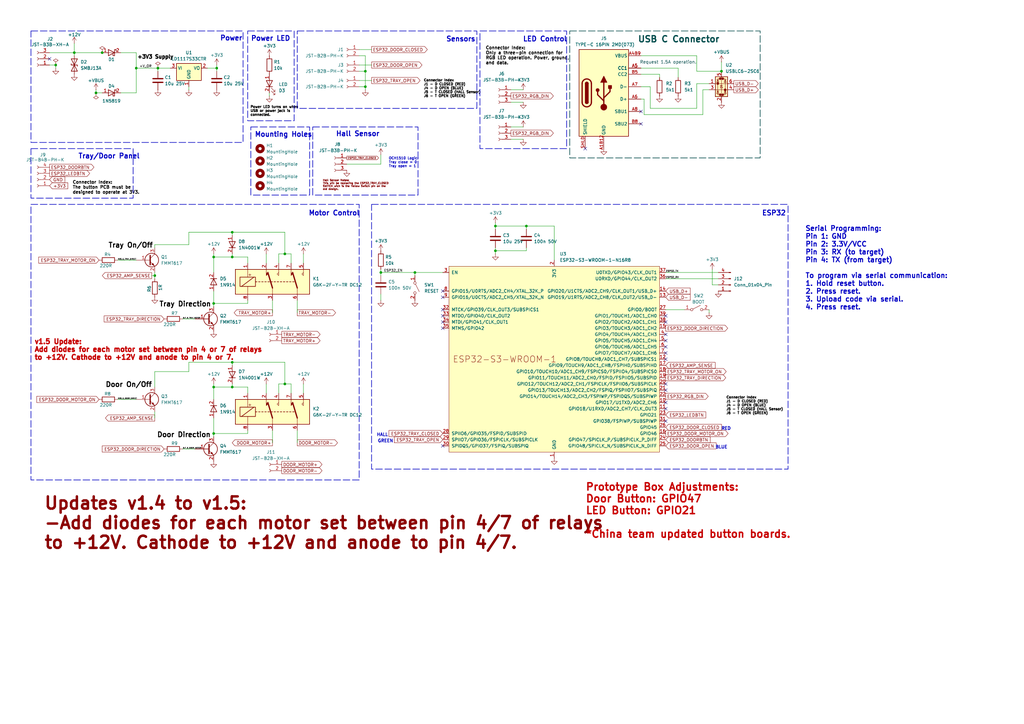
<source format=kicad_sch>
(kicad_sch (version 20231120) (generator "eeschema") (generator_version "8.0")
  (paper "A3")
  (title_block (title "Sole Pod Control") (date "2025-06-11") (rev "v1.5"))
  (junction (at 295.91 29.21))
  (junction (at 116.84 104.14))
  (junction (at 203.2 92.71))
  (junction (at 88.9 27.94))
  (junction (at 95.25 158.75))
  (junction (at 30.48 21.59))
  (junction (at 22.86 26.67))
  (junction (at 215.9 92.71))
  (junction (at 63.5 113.03))
  (junction (at 149.86 35.56))
  (junction (at 39.37 38.1))
  (junction (at 87.63 158.75))
  (junction (at 87.63 124.46))
  (junction (at 55.88 27.94))
  (junction (at 64.77 27.94))
  (junction (at 149.86 29.21))
  (junction (at 156.21 111.76))
  (junction (at 95.25 95.25))
  (junction (at 95.25 148.59))
  (junction (at 203.2 102.87))
  (junction (at 41.91 21.59))
  (junction (at 87.63 177.8))
  (junction (at 87.63 105.41))
  (junction (at 170.18 111.76))
  (junction (at 95.25 105.41))
  (junction (at 116.84 157.48))
  (no_connect (at 273.05 157.48))
  (no_connect (at 273.05 160.02))
  (no_connect (at 240.03 60.96))
  (no_connect (at 181.61 132.08))
  (no_connect (at 273.05 137.16))
  (no_connect (at 273.05 139.7))
  (no_connect (at 181.61 134.62))
  (no_connect (at 273.05 129.54))
  (no_connect (at 273.05 147.32))
  (no_connect (at 262.89 50.8))
  (no_connect (at 181.61 129.54))
  (no_connect (at 273.05 142.24))
  (no_connect (at 20.32 24.13))
  (no_connect (at 181.61 121.92))
  (no_connect (at 273.05 132.08))
  (no_connect (at 273.05 144.78))
  (no_connect (at 273.05 167.64))
  (no_connect (at 273.05 165.1))
  (no_connect (at 181.61 127))
  (no_connect (at 181.61 119.38))
  (no_connect (at 262.89 45.72))
  (no_connect (at 181.61 182.88))
  (no_connect (at 273.05 172.72))
  (wire (pts (xy 63.5 100.33) (xy 77.47 100.33)))
  (wire (pts (xy 147.32 33.02) (xy 152.4 33.02)))
  (wire (pts (xy 95.25 95.25) (xy 116.84 95.25)))
  (wire (pts (xy 227.33 92.71) (xy 227.33 106.68)))
  (wire (pts (xy 77.47 148.59) (xy 95.25 148.59)))
  (wire (pts (xy 87.63 177.8) (xy 87.63 179.07)))
  (wire (pts (xy 74.93 130.81) (xy 80.01 130.81)))
  (wire (pts (xy 119.38 157.48) (xy 116.84 157.48)))
  (wire (pts (xy 292.1 110.49) (xy 292.1 116.84)))
  (wire (pts (xy 48.26 106.68) (xy 55.88 106.68)))
  (wire (pts (xy 273.05 111.76) (xy 294.64 111.76)))
  (wire (pts (xy 266.7 44.45) (xy 285.75 44.45)))
  (wire (pts (xy 215.9 102.87) (xy 215.9 101.6)))
  (wire (pts (xy 111.76 176.53) (xy 111.76 181.61)))
  (wire (pts (xy 63.5 113.03) (xy 63.5 114.3)))
  (wire (pts (xy 87.63 177.8) (xy 101.6 177.8)))
  (wire (pts (xy 20.32 26.67) (xy 22.86 26.67)))
  (wire (pts (xy 63.5 168.91) (xy 63.5 171.45)))
  (wire (pts (xy 30.48 17.78) (xy 30.48 21.59)))
  (wire (pts (xy 63.5 152.4) (xy 63.5 158.75)))
  (wire (pts (xy 209.55 52.07) (xy 214.63 52.07)))
  (wire (pts (xy 95.25 157.48) (xy 95.25 158.75)))
  (wire (pts (xy 203.2 102.87) (xy 203.2 101.6)))
  (wire (pts (xy 95.25 158.75) (xy 87.63 158.75)))
  (wire (pts (xy 74.93 184.15) (xy 80.01 184.15)))
  (wire (pts (xy 266.7 35.56) (xy 262.89 35.56)))
  (wire (pts (xy 264.16 46.99) (xy 288.29 46.99)))
  (wire (pts (xy 87.63 124.46) (xy 87.63 125.73)))
  (wire (pts (xy 109.22 157.48) (xy 109.22 161.29)))
  (wire (pts (xy 273.05 114.3) (xy 294.64 114.3)))
  (wire (pts (xy 77.47 100.33) (xy 77.47 95.25)))
  (wire (pts (xy 121.92 123.19) (xy 121.92 128.27)))
  (wire (pts (xy 156.21 63.5) (xy 156.21 67.31)))
  (wire (pts (xy 203.2 92.71) (xy 215.9 92.71)))
  (wire (pts (xy 64.77 27.94) (xy 69.85 27.94)))
  (wire (pts (xy 203.2 102.87) (xy 215.9 102.87)))
  (wire (pts (xy 147.32 29.21) (xy 149.86 29.21)))
  (wire (pts (xy 87.63 104.14) (xy 87.63 105.41)))
  (wire (pts (xy 285.75 29.21) (xy 295.91 29.21)))
  (wire (pts (xy 121.92 176.53) (xy 121.92 181.61)))
  (wire (pts (xy 288.29 36.83) (xy 288.29 46.99)))
  (wire (pts (xy 101.6 177.8) (xy 101.6 176.53)))
  (wire (pts (xy 95.25 148.59) (xy 95.25 149.86)))
  (wire (pts (xy 22.86 26.67) (xy 22.86 27.94)))
  (wire (pts (xy 215.9 92.71) (xy 227.33 92.71)))
  (wire (pts (xy 77.47 95.25) (xy 95.25 95.25)))
  (wire (pts (xy 55.88 27.94) (xy 64.77 27.94)))
  (wire (pts (xy 95.25 105.41) (xy 87.63 105.41)))
  (wire (pts (xy 264.16 40.64) (xy 264.16 46.99)))
  (wire (pts (xy 147.32 22.86) (xy 149.86 22.86)))
  (wire (pts (xy 49.53 38.1) (xy 55.88 38.1)))
  (wire (pts (xy 64.77 27.94) (xy 64.77 29.21)))
  (wire (pts (xy 39.37 38.1) (xy 41.91 38.1)))
  (wire (pts (xy 147.32 20.32) (xy 152.4 20.32)))
  (wire (pts (xy 116.84 95.25) (xy 116.84 104.14)))
  (wire (pts (xy 203.2 104.14) (xy 203.2 102.87)))
  (wire (pts (xy 170.18 111.76) (xy 170.18 113.03)))
  (wire (pts (xy 48.26 163.83) (xy 55.88 163.83)))
  (wire (pts (xy 262.89 27.94) (xy 278.13 27.94)))
  (wire (pts (xy 280.67 127) (xy 273.05 127)))
  (wire (pts (xy 101.6 161.29) (xy 101.6 158.75)))
  (wire (pts (xy 88.9 27.94) (xy 88.9 29.21)))
  (wire (pts (xy 116.84 148.59) (xy 116.84 157.48)))
  (wire (pts (xy 292.1 116.84) (xy 294.64 116.84)))
  (wire (pts (xy 111.76 123.19) (xy 111.76 128.27)))
  (wire (pts (xy 95.25 148.59) (xy 116.84 148.59)))
  (wire (pts (xy 278.13 27.94) (xy 278.13 31.75)))
  (wire (pts (xy 87.63 157.48) (xy 87.63 158.75)))
  (wire (pts (xy 119.38 104.14) (xy 116.84 104.14)))
  (wire (pts (xy 288.29 36.83) (xy 290.83 36.83)))
  (wire (pts (xy 63.5 111.76) (xy 63.5 113.03)))
  (wire (pts (xy 270.51 30.48) (xy 270.51 31.75)))
  (wire (pts (xy 147.32 35.56) (xy 149.86 35.56)))
  (wire (pts (xy 266.7 35.56) (xy 266.7 44.45)))
  (wire (pts (xy 262.89 30.48) (xy 270.51 30.48)))
  (wire (pts (xy 209.55 36.83) (xy 214.63 36.83)))
  (wire (pts (xy 285.75 22.86) (xy 285.75 29.21)))
  (wire (pts (xy 149.86 35.56) (xy 149.86 36.83)))
  (wire (pts (xy 87.63 171.45) (xy 87.63 177.8)))
  (wire (pts (xy 285.75 34.29) (xy 285.75 44.45)))
  (wire (pts (xy 156.21 111.76) (xy 156.21 113.03)))
  (wire (pts (xy 290.83 34.29) (xy 285.75 34.29)))
  (wire (pts (xy 215.9 93.98) (xy 215.9 92.71)))
  (wire (pts (xy 109.22 104.14) (xy 109.22 107.95)))
  (wire (pts (xy 63.5 152.4) (xy 77.47 152.4)))
  (wire (pts (xy 116.84 104.14) (xy 114.3 104.14)))
  (wire (pts (xy 87.63 119.38) (xy 87.63 124.46)))
  (wire (pts (xy 101.6 158.75) (xy 95.25 158.75)))
  (wire (pts (xy 77.47 36.83) (xy 77.47 35.56)))
  (wire (pts (xy 295.91 25.4) (xy 295.91 29.21)))
  (wire (pts (xy 95.25 95.25) (xy 95.25 96.52)))
  (wire (pts (xy 62.23 113.03) (xy 63.5 113.03)))
  (wire (pts (xy 170.18 111.76) (xy 181.61 111.76)))
  (wire (pts (xy 262.89 22.86) (xy 285.75 22.86)))
  (wire (pts (xy 87.63 124.46) (xy 101.6 124.46)))
  (wire (pts (xy 63.5 100.33) (xy 63.5 101.6)))
  (wire (pts (xy 290.83 127) (xy 290.83 128.27)))
  (wire (pts (xy 88.9 26.67) (xy 88.9 27.94)))
  (wire (pts (xy 101.6 105.41) (xy 95.25 105.41)))
  (wire (pts (xy 203.2 92.71) (xy 203.2 93.98)))
  (wire (pts (xy 85.09 27.94) (xy 88.9 27.94)))
  (wire (pts (xy 264.16 40.64) (xy 262.89 40.64)))
  (wire (pts (xy 39.37 36.83) (xy 39.37 38.1)))
  (wire (pts (xy 77.47 152.4) (xy 77.47 148.59)))
  (wire (pts (xy 124.46 104.14) (xy 124.46 107.95)))
  (wire (pts (xy 156.21 110.49) (xy 156.21 111.76)))
  (wire (pts (xy 147.32 26.67) (xy 152.4 26.67)))
  (wire (pts (xy 156.21 123.19) (xy 156.21 120.65)))
  (wire (pts (xy 114.3 104.14) (xy 114.3 107.95)))
  (wire (pts (xy 119.38 161.29) (xy 119.38 157.48)))
  (wire (pts (xy 55.88 21.59) (xy 49.53 21.59)))
  (wire (pts (xy 214.63 41.91) (xy 209.55 41.91)))
  (wire (pts (xy 101.6 124.46) (xy 101.6 123.19)))
  (wire (pts (xy 214.63 57.15) (xy 209.55 57.15)))
  (wire (pts (xy 114.3 157.48) (xy 114.3 161.29)))
  (wire (pts (xy 95.25 104.14) (xy 95.25 105.41)))
  (wire (pts (xy 30.48 21.59) (xy 30.48 22.86)))
  (wire (pts (xy 20.32 21.59) (xy 30.48 21.59)))
  (wire (pts (xy 116.84 157.48) (xy 114.3 157.48)))
  (wire (pts (xy 55.88 38.1) (xy 55.88 27.94)))
  (wire (pts (xy 149.86 22.86) (xy 149.86 29.21)))
  (wire (pts (xy 203.2 91.44) (xy 203.2 92.71)))
  (wire (pts (xy 87.63 105.41) (xy 87.63 111.76)))
  (wire (pts (xy 110.49 38.1) (xy 110.49 39.37)))
  (wire (pts (xy 156.21 111.76) (xy 170.18 111.76)))
  (wire (pts (xy 30.48 21.59) (xy 41.91 21.59)))
  (wire (pts (xy 119.38 107.95) (xy 119.38 104.14)))
  (wire (pts (xy 156.21 67.31) (xy 142.24 67.31)))
  (wire (pts (xy 87.63 158.75) (xy 87.63 163.83)))
  (wire (pts (xy 149.86 29.21) (xy 149.86 35.56)))
  (wire (pts (xy 55.88 21.59) (xy 55.88 27.94)))
  (wire (pts (xy 124.46 157.48) (xy 124.46 161.29)))
  (wire (pts (xy 101.6 107.95) (xy 101.6 105.41)))
  (rectangle (start 101.6 12.7) (end 120.65 49.53) (stroke (width 0.254) (type dash)))
  (rectangle (start 121.92 12.7) (end 195.58 44.45) (stroke (width 0.254) (type dash)))
  (rectangle (start 233.68 12.7) (end 311.785 64.77) (stroke (width 0.254) (type dash) (color 0 72 72 1)))
  (rectangle (start 128.27 52.07) (end 171.45 80.01) (stroke (width 0.254) (type dash)))
  (rectangle (start 12.7 12.7) (end 99.695 58.42) (stroke (width 0.254) (type dash)))
  (rectangle (start 152.4 83.82) (end 323.215 192.405) (stroke (width 0.254) (type dash)))
  (rectangle (start 196.85 12.7) (end 232.41 60.96) (stroke (width 0.254) (type dash)))
  (rectangle (start 102.87 52.07) (end 127 80.01) (stroke (width 0.254) (type dash)))
  (rectangle (start 12.7 83.82) (end 147.32 196.85) (stroke (width 0.254) (type dash)))
  (rectangle (start 12.7 60.96) (end 54.61 81.28) (stroke (width 0.254) (type dash)))
  (text "Tray On/Off" (at 53.594 99.568 0) (effects (font (size 2 2) (thickness 0.4) (bold yes)) (justify top)))
  (text "ESP32" (at 312.42 86.36 0) (effects (font (size 2 2) (thickness 0.4) (bold yes)) (justify left top)))
  (text "HALL" (at 156.845 178.435 0) (effects (font (size 1.27 1.27) (thickness 0.254) (bold yes))))
  (text "NOTE:\nFor use with LED v1.2, Hall Sensor v1.0." (at 17.78 -22.86 0) (effects (font (size 5 5) (thickness 1) (bold yes)) (justify left)))
  (text "USB C Connector" (at 278.384 16.256 0) (effects (font (size 2.54 2.54) (thickness 0.508) (bold yes))))
  (text "Connector Index:\nOnly a three-pin connection for\nRGB LED operation. Power, ground,\nand data." (at 199.136 19.05 0) (effects (font (size 1.27 1.27) (thickness 0.254) (bold yes)) (justify left top)))
  (text "BLUE" (at 295.91 183.515 0) (effects (font (size 1.27 1.27) (thickness 0.254) (bold yes))))
  (text "Mounting Holes" (at 104.394 54.102 0) (effects (font (size 2 2) (thickness 0.4) (bold yes)) (justify left top)))
  (text "Tray Direction" (at 75.946 123.698 0) (effects (font (size 2 2) (thickness 0.4) (bold yes)) (justify top)))
  (text "v1.5 Update:\nAdd diodes for each motor set between pin 4 or 7 of relays\nto +12V. Cathode to +12V and anode to pin 4 or 7." (at 13.97 143.51 0) (effects (font (size 2 2) (thickness 1) (bold yes)) (justify left)))
  (text "Connector Index\nJ1 - D CLOSED (RED)\nJ4 - D OPEN (BLUE)\nJ5 - T CLOSED (HALL Sensor)\nJ6 - T OPEN (GREEN)" (at 297.815 162.56 0) (effects (font (size 1 1) (thickness 0.254) (bold yes)) (justify left top)))
  (text "Updates v1.4 to v1.5:\n-Add diodes for each motor set between pin 4/7 of relays\nto +12V. Cathode to +12V and anode to pin 4/7." (at 17.78 214.63 0) (effects (font (size 5 5) (thickness 1) (bold yes)) (justify left)))
  (text "Connector Index:\nThe button PCB must be \ndesigned to operate at 3V3." (at 29.718 74.168 0) (effects (font (size 1.27 1.27) (thickness 0.254) (bold yes)) (justify left top)))
  (text "Motor Control" (at 126.492 86.36 0) (effects (font (size 2 2) (thickness 0.4) (bold yes)) (justify left top)))
  (text "Request 1.5A operation." (at 274.066 25.654 0) (effects (font (size 1.27 1.27))))
  (text "GREEN" (at 158.115 180.975 0) (effects (font (size 1.27 1.27) (thickness 0.254) (bold yes))))
  (text "OCH1510 Logic:\nTray close = 0\nTray open = 1\n" (at 159.385 66.675 0) (effects (font (size 1 1) (thickness 0.2) (bold yes)) (justify left)))
  (text "Power LED" (at 110.998 14.732 0) (effects (font (size 2 2) (thickness 0.4) (bold yes)) (justify top)))
  (text "Sensors\n" (at 182.88 14.986 0) (effects (font (size 2 2) (thickness 0.4) (bold yes)) (justify left top)))
  (text "Door Direction" (at 75.438 177.292 0) (effects (font (size 2 2) (thickness 0.4) (bold yes)) (justify top)))
  (text "Connector Index\nJ1 - D CLOSED (RED)\nJ4 - D OPEN (BLUE)\nJ5 - T CLOSED (HALL Sensor)\nJ6 - T OPEN (GREEN)" (at 173.736 32.512 0) (effects (font (size 1 1) (thickness 0.254) (bold yes)) (justify left top)))
  (text "Serial Programming:\nPin 1: GND\nPin 2: 3.3V/VCC  \nPin 3: RX (to target)\nPin 4: TX (from target)\n\nTo program via serial communication:\n1. Hold reset button. \n2. Press reset.\n3. Upload code via serial.\n4. Press reset." (at 330.2 92.71 0) (effects (font (size 2 2) (thickness 0.4) (bold yes)) (justify left top)))
  (text "Hall Sensor" (at 137.668 53.848 0) (effects (font (size 2 2) (thickness 0.4) (bold yes)) (justify left top)))
  (text "Tray/Door Panel\n" (at 32.004 62.992 0) (effects (font (size 2 2) (thickness 0.4) (bold yes)) (justify left top)))
  (text "Power LED turns on when\nUSB or power jack is \nconnected." (at 102.616 43.434 0) (effects (font (size 1 1) (thickness 0.254) (bold yes)) (justify left top)))
  (text "Hall Sensor Notes:\nThis will be replacing the ESP32_TRAY_CLOSED\nSWITCH wich is the Yellow Switch pin on the \nold design." (at 132.334 75.946 0) (effects (font (size 0.75 0.75) (thickness 1) (bold yes)) (justify left)))
  (text "Door On/Off" (at 52.832 156.718 0) (effects (font (size 2 2) (thickness 0.4) (bold yes)) (justify top)))
  (text "+3V3 Supply" (at 63.754 22.606 0) (effects (font (size 1.5 1.5) (thickness 0.4) (bold yes)) (justify top)))
  (text "Power" (at 90.17 14.605 0) (effects (font (size 2 2) (thickness 0.4) (bold yes)) (justify left top)))
  (text "RED" (at 297.815 175.895 0) (effects (font (size 1.27 1.27) (thickness 0.254) (bold yes))))
  (text "Prototype Box Adjustments:\nDoor Button: GPIO47\nLED Button: GPIO21\n\n*China team updated button boards." (at 240.03 209.55 0) (effects (font (size 3 3) (thickness 0.6) (bold yes)) (justify left)))
  (text "LED Control" (at 214.376 14.986 0) (effects (font (size 2 2) (thickness 0.4) (bold yes)) (justify left top)))
  (label "MOS_G_TRAY_DIRECT" (at 48.26 106.68 0) (effects (font (size 0.5 0.5))))
  (label "+V_OR" (at 57.15 27.94 0) (effects (font (size 1 1))))
  (label "ESP32_EN" (at 157.48 111.76 0) (effects (font (size 1 1))))
  (label "ESP32_TX" (at 273.05 111.76 0) (effects (font (size 0.7 0.7))))
  (label "ESP32_RX" (at 273.05 114.3 0) (effects (font (size 0.7 0.7))))
  (label "MOS_G_DOOR_DIRECT" (at 48.26 163.83 0) (effects (font (size 0.5 0.5))))
  (label "BJT_B_TRAY_MOTOR" (at 74.93 130.81 0) (effects (font (size 0.5 0.5))))
  (label "BJT_B_DOOR_MOTOR" (at 74.93 184.15 0) (effects (font (size 0.5 0.5))))
  (global_label "ESP32_TRAY_OPEN" (shape input) (at 181.61 180.34 180) (property "Intersheetrefs" "${INTERSHEET_REFS}" (effects (hide yes))))
  (global_label "DOOR_MOTOR+" (shape output) (at 115.57 190.5 0) (property "Intersheetrefs" "${INTERSHEET_REFS}" (effects (hide yes))))
  (global_label "ESP32_DOOR_CLOSED" (shape input) (at 273.05 175.26 0) (property "Intersheetrefs" "${INTERSHEET_REFS}" (effects (hide yes))))
  (global_label "ESP32_DOOR_DIRECTION" (shape input) (at 67.31 184.15 180) (property "Intersheetrefs" "${INTERSHEET_REFS}" (effects (hide yes))))
  (global_label "ESP32_TRAY_CLOSED" (shape input) (at 181.61 177.8 180) (property "Intersheetrefs" "${INTERSHEET_REFS}" (effects (hide yes))))
  (global_label "ESP32_LEDBTN" (shape output) (at 20.32 71.12 0) (property "Intersheetrefs" "${INTERSHEET_REFS}" (effects (hide yes))))
  (global_label "ESP32_DOOR_CLOSED" (shape output) (at 152.4 20.32 0) (property "Intersheetrefs" "${INTERSHEET_REFS}" (effects (hide yes))))
  (global_label "DOOR_MOTOR-" (shape output) (at 121.92 181.61 0) (property "Intersheetrefs" "${INTERSHEET_REFS}" (effects (hide yes))))
  (global_label "+3V3" (shape input) (at 20.32 76.2 0) (property "Intersheetrefs" "${INTERSHEET_REFS}" (effects (hide yes))))
  (global_label "ESP32_DOOR_MOTOR_ON" (shape input) (at 40.64 163.83 180) (property "Intersheetrefs" "${INTERSHEET_REFS}" (effects (hide yes))))
  (global_label "ESP32_DOORBTN" (shape output) (at 20.32 68.58 0) (property "Intersheetrefs" "${INTERSHEET_REFS}" (effects (hide yes))))
  (global_label "ESP32_TRAY_OPEN" (shape output) (at 152.4 33.02 0) (property "Intersheetrefs" "${INTERSHEET_REFS}" (effects (hide yes))))
  (global_label "ESP32_TRAY_DIRECTION" (shape output) (at 273.05 154.94 0) (property "Intersheetrefs" "${INTERSHEET_REFS}" (effects (hide yes))))
  (global_label "ESP32_AMP_SENSE" (shape input) (at 273.05 149.86 0) (property "Intersheetrefs" "${INTERSHEET_REFS}" (effects (hide yes))))
  (global_label "USB_D+" (shape input) (at 273.05 119.38 0) (property "Intersheetrefs" "${INTERSHEET_REFS}" (effects (hide yes))))
  (global_label "ESP32_TRAY_DIRECTION" (shape input) (at 67.31 130.81 180) (property "Intersheetrefs" "${INTERSHEET_REFS}" (effects (hide yes))))
  (global_label "GND" (shape input) (at 20.32 73.66 0) (property "Intersheetrefs" "${INTERSHEET_REFS}" (effects (hide yes))))
  (global_label "ESP32_TRAY_MOTOR_ON" (shape output) (at 273.05 152.4 0) (property "Intersheetrefs" "${INTERSHEET_REFS}" (effects (hide yes))))
  (global_label "ESP32_DOOR_OPEN" (shape input) (at 273.05 182.88 0) (property "Intersheetrefs" "${INTERSHEET_REFS}" (effects (hide yes))))
  (global_label "ESP32_LEDBTN" (shape input) (at 273.05 170.18 0) (property "Intersheetrefs" "${INTERSHEET_REFS}" (effects (hide yes))))
  (global_label "ESP32_TRAY_MOTOR_ON" (shape input) (at 40.64 106.68 180) (property "Intersheetrefs" "${INTERSHEET_REFS}" (effects (hide yes))))
  (global_label "USB_D-" (shape input) (at 273.05 121.92 0) (property "Intersheetrefs" "${INTERSHEET_REFS}" (effects (hide yes))))
  (global_label "TRAY_MOTOR+" (shape output) (at 115.57 139.7 0) (property "Intersheetrefs" "${INTERSHEET_REFS}" (effects (hide yes))))
  (global_label "ESP32_DOORBTN" (shape input) (at 273.05 180.34 0) (property "Intersheetrefs" "${INTERSHEET_REFS}" (effects (hide yes))))
  (global_label "ESP32_TRAY_CLOSED" (shape output) (at 142.24 64.77 0) (effects (font (size 0.75 0.75))) (property "Intersheetrefs" "${INTERSHEET_REFS}" (effects (hide yes))))
  (global_label "USB_D+" (shape output) (at 300.99 36.83 0) (property "Intersheetrefs" "${INTERSHEET_REFS}" (effects (hide yes))))
  (global_label "ESP32_RGB_DIN" (shape output) (at 209.55 39.37 0) (property "Intersheetrefs" "${INTERSHEET_REFS}" (effects (hide yes))))
  (global_label "TRAY_MOTOR+" (shape output) (at 111.76 128.27 180) (property "Intersheetrefs" "${INTERSHEET_REFS}" (effects (hide yes))))
  (global_label "DOOR_MOTOR+" (shape output) (at 111.76 181.61 180) (property "Intersheetrefs" "${INTERSHEET_REFS}" (effects (hide yes))))
  (global_label "ESP32_AMP_SENSE" (shape output) (at 62.23 113.03 180) (property "Intersheetrefs" "${INTERSHEET_REFS}" (effects (hide yes))))
  (global_label "ESP32_AMP_SENSE" (shape output) (at 63.5 171.45 180) (property "Intersheetrefs" "${INTERSHEET_REFS}" (effects (hide yes))))
  (global_label "ESP32_DOOR_MOTOR_ON" (shape output) (at 273.05 177.8 0) (property "Intersheetrefs" "${INTERSHEET_REFS}" (effects (hide yes))))
  (global_label "USB_D-" (shape output) (at 300.99 34.29 0) (property "Intersheetrefs" "${INTERSHEET_REFS}" (effects (hide yes))))
  (global_label "TRAY_MOTOR-" (shape output) (at 115.57 137.16 0) (property "Intersheetrefs" "${INTERSHEET_REFS}" (effects (hide yes))))
  (global_label "ESP32_RGB_DIN" (shape output) (at 273.05 162.56 0) (property "Intersheetrefs" "${INTERSHEET_REFS}" (effects (hide yes))))
  (global_label "TRAY_MOTOR-" (shape output) (at 121.92 128.27 0) (property "Intersheetrefs" "${INTERSHEET_REFS}" (effects (hide yes))))
  (global_label "ESP32_DOOR_DIRECTION" (shape output) (at 273.05 134.62 0) (property "Intersheetrefs" "${INTERSHEET_REFS}" (effects (hide yes))))
  (global_label "ESP32_DOOR_OPEN" (shape output) (at 152.4 26.67 0) (property "Intersheetrefs" "${INTERSHEET_REFS}" (effects (hide yes))))
  (global_label "DOOR_MOTOR-" (shape output) (at 115.57 193.04 0) (property "Intersheetrefs" "${INTERSHEET_REFS}" (effects (hide yes))))
  (global_label "ESP32_RGB_DIN" (shape output) (at 209.55 54.61 0) (property "Intersheetrefs" "${INTERSHEET_REFS}" (effects (hide yes))))
  (symbol (lib_id "Diodes:Schottky") (at 45.72 21.59 0) (mirror x) (unit 1)
    (property "Reference" "D1" (at 45.72 24.384 0))
    (property "Value" "1N5819" (effects (hide yes)))
    (property "Footprint" "Diodes:D805" (effects (hide yes)))
    (property "Description" "Schottky diode" (effects (hide yes)))
    (property "LCSC Part #" "C2927280" (effects (hide yes)))
  )
  (symbol (lib_id "Device:R") (at 156.21 106.68 0) (unit 1)
    (property "Reference" "R5" (at 157.988 105.41 0) (effects (justify left)))
    (property "Value" "10k" (at 157.988 107.95 0) (effects (justify left)))
    (property "Footprint" "Resistors:R603" (effects (hide yes)))
    (property "Description" "Resistor" (effects (hide yes)))
    (property "LCSC Part #" "C25804" (effects (hide yes)))
  )
  (symbol (lib_id "Device:C") (at 64.77 33.02 0) (unit 1)
    (property "Reference" "C1" (at 67.564 31.75 0) (effects (justify left)))
    (property "Value" "10u 25V" (at 67.564 34.29 0) (effects (justify left)))
    (property "Footprint" "Capacitors:C603" (effects (hide yes)))
    (property "Description" "Unpolarized capacitor" (effects (hide yes)))
    (property "LCSC Part #" "C96446" (effects (hide yes)))
  )
  (symbol (lib_id "power:GND") (at 247.65 60.96 0) (mirror y) (unit 1)
    (property "Reference" "#PWR020" (effects (hide yes)))
    (property "Value" "GND" (effects (hide yes)))
  )
  (symbol (lib_id "power:VDD") (at 124.46 157.48 0) (unit 1)
    (property "Reference" "#PWR036" (effects (hide yes)))
    (property "Value" "+12V" (at 124.46 153.416 0))
    (property "Description" "Power symbol creates a global label with name \"VDD\"" (effects (hide yes)))
  )
  (symbol (lib_id "Diodes:LED") (at 110.49 35.56 90) (mirror x) (unit 1)
    (property "Reference" "D3" (at 114.3 37.1475 90) (effects (justify right)))
    (property "Value" "LED" (at 114.3 34.6075 90) (effects (justify right)))
    (property "Footprint" "Diodes:D603" (effects (hide yes)))
    (property "Description" "Light emitting diode" (effects (hide yes)))
    (property "LCSC Part #" "C497922" (effects (hide yes)))
  )
  (symbol (lib_id "power:VDD") (at 124.46 104.14 0) (unit 1)
    (property "Reference" "#PWR027" (effects (hide yes)))
    (property "Value" "+12V" (at 124.46 100.076 0))
    (property "Description" "Power symbol creates a global label with name \"VDD\"" (effects (hide yes)))
  )
  (symbol (lib_id "Device:R") (at 71.12 130.81 90) (unit 1)
    (property "Reference" "R7" (at 72.898 128.524 90) (effects (justify left)))
    (property "Value" "220R" (at 72.136 133.096 90) (effects (justify left)))
    (property "Footprint" "Resistors:R603" (effects (hide yes)))
    (property "Description" "Resistor" (effects (hide yes)))
    (property "LCSC Part #" "C22962" (effects (hide yes)))
  )
  (symbol (lib_id "power:GND") (at 227.33 187.96 0) (unit 1)
    (property "Reference" "#PWR037" (effects (hide yes)))
    (property "Value" "GND" (effects (hide yes)))
    (property "Description" "Power symbol creates a global label with name \"GND\" , ground" (effects (hide yes)))
  )
  (symbol (lib_id "power:GND") (at 294.64 119.38 0) (unit 1)
    (property "Reference" "#PWR039" (effects (hide yes)))
    (property "Value" "GND" (effects (hide yes)))
    (property "Description" "Power symbol creates a global label with name \"GND\" , ground" (effects (hide yes)))
  )
  (symbol (lib_id "power:VDD") (at 203.2 91.44 0) (unit 1)
    (property "Reference" "#PWR023" (effects (hide yes)))
    (property "Value" "+3V3" (at 203.2 87.376 0))
    (property "Description" "Power symbol creates a global label with name \"VDD\"" (effects (hide yes)))
  )
  (symbol (lib_id "power:GND") (at 149.86 36.83 0) (unit 1)
    (property "Reference" "#PWR011" (effects (hide yes)))
    (property "Value" "GND" (effects (hide yes)))
    (property "Description" "Power symbol creates a global label with name \"GND\" , ground" (effects (hide yes)))
  )
  (symbol (lib_id "Device:C") (at 215.9 97.79 0) (unit 1)
    (property "Reference" "C4" (at 218.948 96.52 0) (effects (justify left)))
    (property "Value" "100n 50V" (at 218.948 99.06 0) (effects (justify left)))
    (property "Footprint" "Capacitors:C603" (effects (hide yes)))
    (property "Description" "Unpolarized capacitor" (effects (hide yes)))
    (property "LCSC Part #" "C14663" (effects (hide yes)))
  )
  (symbol (lib_id "power:GND") (at 214.63 41.91 0) (unit 1)
    (property "Reference" "#PWR016" (effects (hide yes)))
    (property "Value" "GND" (effects (hide yes)))
    (property "Description" "Power symbol creates a global label with name \"GND\" , ground" (effects (hide yes)))
  )
  (symbol (lib_id "power:GND") (at 156.21 123.19 0) (unit 1)
    (property "Reference" "#PWR030" (effects (hide yes)))
    (property "Value" "GND" (effects (hide yes)))
    (property "Description" "Power symbol creates a global label with name \"GND\" , ground" (effects (hide yes)))
  )
  (symbol (lib_id "Relay:G6K-2") (at 111.76 168.91 0) (unit 1)
    (property "Reference" "K2" (at 128.27 167.64 0) (effects (justify left)))
    (property "Value" "G6K-2F-Y-TR DC12" (at 128.27 170.18 0) (effects (justify left)))
    (property "Footprint" "Relay_SMD:Relay_DPDT_Omron_G6K-2F-Y" (effects (hide yes)))
    (property "Datasheet" "http://omronfs.omron.com/en_US/ecb/products/pdf/en-g6k.pdf" (effects (hide yes)))
    (property "Description" "Miniature 2-pole relay, Single-side Stable" (effects (hide yes)))
    (property "LCSC Part #" "C397192" (effects (hide yes)))
  )
  (symbol (lib_id "power:GND") (at 77.47 36.83 0) (unit 1)
    (property "Reference" "#PWR09" (effects (hide yes)))
    (property "Value" "GND" (effects (hide yes)))
    (property "Description" "Power symbol creates a global label with name \"GND\" , ground" (effects (hide yes)))
  )
  (symbol (lib_id "power:GND") (at 87.63 135.89 0) (unit 1)
    (property "Reference" "#PWR033" (effects (hide yes)))
    (property "Value" "GND" (effects (hide yes)))
    (property "Description" "Power symbol creates a global label with name \"GND\" , ground" (effects (hide yes)))
  )
  (symbol (lib_id "Device:R") (at 71.12 184.15 90) (unit 1)
    (property "Reference" "R9" (at 72.898 181.864 90) (effects (justify left)))
    (property "Value" "220R" (at 72.136 186.436 90) (effects (justify left)))
    (property "Footprint" "Resistors:R603" (effects (hide yes)))
    (property "Description" "Resistor" (effects (hide yes)))
    (property "LCSC Part #" "C22962" (effects (hide yes)))
  )
  (symbol (lib_id "Connector:Conn_01x04_Socket") (at 15.24 73.66 180) (unit 1)
    (property "Reference" "J9" (at 18.796 63.5 0) (effects (justify left)))
    (property "Value" "JST-B4B-PH-K" (at 26.416 65.532 0) (effects (justify left)))
    (property "Footprint" "Connector_JST:JST_PH_B4B-PH-K_1x04_P2.00mm_Vertical" (effects (hide yes)))
    (property "Description" "Generic connector, single row, 01x04, script generated" (effects (hide yes)))
    (property "LCSC Part #" "C131334" (effects (hide yes)))
  )
  (symbol (lib_id "Connector:Conn_01x03_Socket") (at 15.24 24.13 180) (unit 1)
    (property "Reference" "J2" (at 20.574 16.002 0))
    (property "Value" "JST-B3B-XH-A" (at 20.574 18.288 0))
    (property "Footprint" "Connector_JST:JST_XH_B3B-XH-A_1x03_P2.50mm_Vertical" (effects (hide yes)))
    (property "Description" "Generic connector, single row, 01x03, script generated" (effects (hide yes)))
    (property "LCSC Part #" "C144394" (effects (hide yes)))
  )
  (symbol (lib_id "Connector:Conn_01x03_Socket") (at 137.16 67.31 0) (mirror y) (unit 1)
    (property "Reference" "J8" (at 138.43 59.182 0))
    (property "Value" "JST-B3B-PH-K" (at 138.684 61.722 0))
    (property "Footprint" "Connector_JST:JST_PH_B3B-PH-K_1x03_P2.00mm_Vertical" (effects (hide yes)))
    (property "Description" "Generic connector, single row, 01x03, script generated" (effects (hide yes)))
    (property "LCSC Part #" "C131339" (effects (hide yes)))
  )
  (symbol (lib_id "power:VDD") (at 39.37 36.83 0) (unit 1)
    (property "Reference" "#PWR07" (effects (hide yes)))
    (property "Value" "+VBUS" (at 39.37 33.02 0))
    (property "Description" "Power symbol creates a global label with name \"VDD\"" (effects (hide yes)))
  )
  (symbol (lib_id "power:VDD") (at 88.9 26.67 0) (unit 1)
    (property "Reference" "#PWR04" (effects (hide yes)))
    (property "Value" "+3V3" (at 88.9 22.606 0))
    (property "Description" "Power symbol creates a global label with name \"VDD\"" (effects (hide yes)))
  )
  (symbol (lib_id "power:VDD") (at 109.22 104.14 0) (unit 1)
    (property "Reference" "#PWR026" (effects (hide yes)))
    (property "Value" "+12V" (at 109.22 100.076 0))
    (property "Description" "Power symbol creates a global label with name \"VDD\"" (effects (hide yes)))
  )
  (symbol (lib_id "power:GND") (at 63.5 121.92 0) (unit 1)
    (property "Reference" "#PWR029" (effects (hide yes)))
    (property "Value" "GND" (effects (hide yes)))
    (property "Description" "Power symbol creates a global label with name \"GND\" , ground" (effects (hide yes)))
  )
  (symbol (lib_id "Diodes:D") (at 87.63 114.3 90) (unit 1)
    (property "Reference" "D5" (at 90.17 114.3 90) (effects (justify right)))
    (property "Value" "1N914" (at 90.17 116.84 90) (effects (justify right)))
    (property "Footprint" "Diodes:D805" (effects (hide yes)))
    (property "Description" "Diode" (effects (hide yes)))
    (property "LCSC Part #" "C2128" (effects (hide yes)))
  )
  (symbol (lib_id "Diodes:D") (at 95.25 101.6 270) (unit 1)
    (property "Reference" "D8" (at 97.79 99.06 90) (effects (justify left)))
    (property "Value" "1N4001W" (at 97.79 101.6 90) (effects (justify left)))
    (property "Footprint" "Diodes:SOD-123" (effects (hide yes)))
    (property "Description" "Diode" (effects (hide yes)))
    (property "LCSC Part #" "C18199085" (effects (hide yes)))
  )
  (symbol (lib_id "Mechanical:MountingHole") (at 106.68 76.2 0) (unit 1) (exclude_from_sim yes) (in_bom no)
    (property "Reference" "H4" (at 109.22 74.93 0) (effects (justify left)))
    (property "Value" "MountingHole" (at 109.22 77.47 0) (effects (justify left)))
    (property "Footprint" "MountingHole:MountingHole_3mm" (effects (hide yes)))
    (property "Description" "Mounting Hole without connection" (effects (hide yes)))
    (property "LCSC Part #" "DNP" (effects (hide yes)))
  )
  (symbol (lib_id "power:GND") (at 214.63 57.15 0) (unit 1)
    (property "Reference" "#PWR019" (effects (hide yes)))
    (property "Value" "GND" (effects (hide yes)))
    (property "Description" "Power symbol creates a global label with name \"GND\" , ground" (effects (hide yes)))
  )
  (symbol (lib_id "Connector:Conn_01x03_Socket") (at 204.47 54.61 0) (mirror y) (unit 1)
    (property "Reference" "J7" (at 205.74 45.466 0))
    (property "Value" "JST-B3B-PH-K" (at 205.994 48.006 0))
    (property "Footprint" "Connector_JST:JST_PH_B3B-PH-K_1x03_P2.00mm_Vertical" (effects (hide yes)))
    (property "Description" "Generic connector, single row, 01x03, script generated" (effects (hide yes)))
    (property "LCSC Part #" "C131339" (effects (hide yes)))
  )
  (symbol (lib_id "USB:USB_TYPE-C_Receptacle_5A") (at 247.65 35.56 0) (unit 1)
    (property "Reference" "J5" (at 247.65 15.748 0))
    (property "Value" " TYPE-C 16PIN 2MD(073)" (at 247.65 18.288 0))
    (property "Footprint" "USB:USB_C_TYPE-C_16PIN_2MD" (effects (hide yes)))
    (property "Datasheet" "https://jlcpcb.com/partdetail/ShouHan-TYPE_C_16PIN_2MD_073/C2765186" (effects (hide yes)))
    (property "LCSC Part #" "C2765186" (effects (hide yes)))
  )
  (symbol (lib_id "power:GND") (at 64.77 36.83 0) (unit 1)
    (property "Reference" "#PWR08" (effects (hide yes)))
    (property "Value" "GND" (effects (hide yes)))
    (property "Description" "Power symbol creates a global label with name \"GND\" , ground" (effects (hide yes)))
  )
  (symbol (lib_id "power:VDD") (at 295.91 25.4 0) (unit 1)
    (property "Reference" "#PWR03" (effects (hide yes)))
    (property "Value" "+VBUS" (at 295.91 21.336 0))
    (property "Description" "Power symbol creates a global label with name \"VDD\"" (effects (hide yes)))
  )
  (symbol (lib_id "Device:R") (at 110.49 26.67 0) (unit 1)
    (property "Reference" "R1" (at 112.268 25.4 0) (effects (justify left)))
    (property "Value" "10k" (at 112.268 27.94 0) (effects (justify left)))
    (property "Footprint" "Resistors:R603" (effects (hide yes)))
    (property "Description" "Resistor" (effects (hide yes)))
    (property "LCSC Part #" "C25804" (effects (hide yes)))
  )
  (symbol (lib_id "Switch:SW_SPST") (at 170.18 118.11 270) (unit 1)
    (property "Reference" "SW1" (at 173.99 116.84 90) (effects (justify left)))
    (property "Value" "RESET" (at 173.99 119.38 90) (effects (justify left)))
    (property "Footprint" "Button_Switch_SMD:SW_SPST_B3U-1000P" (effects (hide yes)))
    (property "Datasheet" "https://jlcpcb.com/partdetail/OmronElectronics-B3U1000P/C231329" (effects (hide yes)))
    (property "LCSC Part #" "C231329" (effects (hide yes)))
  )
  (symbol (lib_id "power:VDD") (at 110.49 22.86 0) (unit 1)
    (property "Reference" "#PWR02" (effects (hide yes)))
    (property "Value" "+3V3" (at 110.49 18.796 0))
    (property "Description" "Power symbol creates a global label with name \"VDD\"" (effects (hide yes)))
  )
  (symbol (lib_id "Device:C") (at 156.21 116.84 0) (unit 1)
    (property "Reference" "C5" (at 159.258 115.57 0) (effects (justify left)))
    (property "Value" "100n 50V" (at 159.258 118.11 0) (effects (justify left)))
    (property "Footprint" "Capacitors:C603" (effects (hide yes)))
    (property "Description" "Unpolarized capacitor" (effects (hide yes)))
    (property "LCSC Part #" "C14663" (effects (hide yes)))
  )
  (symbol (lib_id "power:GND") (at 295.91 41.91 0) (unit 1)
    (property "Reference" "#PWR017" (effects (hide yes)))
    (property "Value" "GND" (effects (hide yes)))
    (property "Description" "Power symbol creates a global label with name \"GND\" , ground" (effects (hide yes)))
  )
  (symbol (lib_id "power:GND") (at 170.18 123.19 0) (unit 1)
    (property "Reference" "#PWR031" (effects (hide yes)))
    (property "Value" "GND" (effects (hide yes)))
    (property "Description" "Power symbol creates a global label with name \"GND\" , ground" (effects (hide yes)))
  )
  (symbol (lib_id "Diodes:Schottky") (at 45.72 38.1 0) (mirror x) (unit 1)
    (property "Reference" "D4" (at 45.72 35.306 0))
    (property "Value" "1N5819" (at 45.72 41.402 0))
    (property "Footprint" "Diodes:D805" (effects (hide yes)))
    (property "Description" "Schottky diode" (effects (hide yes)))
    (property "LCSC Part #" "C2927280" (effects (hide yes)))
  )
  (symbol (lib_id "Device:R") (at 63.5 118.11 180) (unit 1)
    (property "Reference" "R6" (at 61.214 117.094 90) (effects (justify left)))
    (property "Value" "1R" (at 65.786 116.586 90) (effects (justify left)))
    (property "Footprint" "Resistor_SMD:R_1206_3216Metric" (effects (hide yes)))
    (property "Description" "Resistor" (effects (hide yes)))
    (property "LCSC Part #" "C17928" (effects (hide yes)))
  )
  (symbol (lib_id "power:VDD") (at 156.21 102.87 0) (unit 1)
    (property "Reference" "#PWR024" (effects (hide yes)))
    (property "Value" "+3V3" (at 156.21 98.806 0))
    (property "Description" "Power symbol creates a global label with name \"VDD\"" (effects (hide yes)))
  )
  (symbol (lib_id "power:GND") (at 278.13 39.37 0) (mirror y) (unit 1)
    (property "Reference" "#PWR015" (effects (hide yes)))
    (property "Value" "GND" (effects (hide yes)))
  )
  (symbol (lib_id "power:PWR_FLAG") (at 22.86 26.67 0) (unit 1)
    (property "Reference" "#FLG02" (effects (hide yes)))
    (property "Value" "PWR_FLAG" (effects (hide yes)))
    (property "Description" "Special symbol for telling ERC where power comes from" (effects (hide yes)))
  )
  (symbol (lib_id "Mechanical:MountingHole") (at 106.68 71.12 0) (unit 1) (exclude_from_sim yes) (in_bom no)
    (property "Reference" "H3" (at 109.22 69.85 0) (effects (justify left)))
    (property "Value" "MountingHole" (at 109.22 72.39 0) (effects (justify left)))
    (property "Footprint" "MountingHole:MountingHole_3mm" (effects (hide yes)))
    (property "Description" "Mounting Hole without connection" (effects (hide yes)))
    (property "LCSC Part #" "DNP" (effects (hide yes)))
  )
  (symbol (lib_id "power:GND") (at 110.49 39.37 0) (unit 1)
    (property "Reference" "#PWR013" (effects (hide yes)))
    (property "Value" "GND" (effects (hide yes)))
    (property "Description" "Power symbol creates a global label with name \"GND\" , ground" (effects (hide yes)))
  )
  (symbol (lib_id "power:VDD") (at 156.21 63.5 0) (unit 1)
    (property "Reference" "#PWR021" (effects (hide yes)))
    (property "Value" "+3V3" (at 156.21 59.436 0))
    (property "Description" "Power symbol creates a global label with name \"VDD\"" (effects (hide yes)))
  )
  (symbol (lib_id "Connector:Conn_01x03_Socket") (at 204.47 39.37 0) (mirror y) (unit 1)
    (property "Reference" "J6" (at 205.74 30.226 0))
    (property "Value" "JST-B3B-PH-K" (at 205.994 32.766 0))
    (property "Footprint" "Connector_JST:JST_PH_B3B-PH-K_1x03_P2.00mm_Vertical" (effects (hide yes)))
    (property "Description" "Generic connector, single row, 01x03, script generated" (effects (hide yes)))
    (property "LCSC Part #" "C131339" (effects (hide yes)))
  )
  (symbol (lib_id "Device:C") (at 203.2 97.79 0) (unit 1)
    (property "Reference" "C3" (at 206.248 96.52 0) (effects (justify left)))
    (property "Value" "10u 25V" (at 206.248 99.06 0) (effects (justify left)))
    (property "Footprint" "Capacitors:C603" (effects (hide yes)))
    (property "Description" "Unpolarized capacitor" (effects (hide yes)))
    (property "LCSC Part #" "C96446" (effects (hide yes)))
  )
  (symbol (lib_id "Connector:Conn_01x02_Socket") (at 142.24 20.32 0) (mirror y) (unit 1)
    (property "Reference" "J1" (at 140.97 20.32 0) (effects (justify left)))
    (property "Value" "JST-B2B-PH-K" (at 140.97 22.86 0) (effects (justify left)))
    (property "Footprint" "Connector_JST:JST_PH_B2B-PH-K_1x02_P2.00mm_Vertical" (effects (hide yes)))
    (property "Description" "Generic connector, single row, 01x02, script generated" (effects (hide yes)))
    (property "LCSC Part #" "C131337" (effects (hide yes)))
  )
  (symbol (lib_id "Connector:Conn_01x02_Socket") (at 142.24 33.02 0) (mirror y) (unit 1)
    (property "Reference" "J4" (at 140.97 33.02 0) (effects (justify left)))
    (property "Value" "JST-B2B-PH-K" (at 140.97 35.56 0) (effects (justify left)))
    (property "Footprint" "Connector_JST:JST_PH_B2B-PH-K_1x02_P2.00mm_Vertical" (effects (hide yes)))
    (property "Description" "Generic connector, single row, 01x02, script generated" (effects (hide yes)))
    (property "LCSC Part #" "C131337" (effects (hide yes)))
  )
  (symbol (lib_id "Connector:Conn_01x02_Socket") (at 142.24 26.67 0) (mirror y) (unit 1)
    (property "Reference" "J3" (at 140.97 26.67 0) (effects (justify left)))
    (property "Value" "JST-B2B-PH-K" (at 140.97 29.21 0) (effects (justify left)))
    (property "Footprint" "Connector_JST:JST_PH_B2B-PH-K_1x02_P2.00mm_Vertical" (effects (hide yes)))
    (property "Description" "Generic connector, single row, 01x02, script generated" (effects (hide yes)))
    (property "LCSC Part #" "C131337" (effects (hide yes)))
  )
  (symbol (lib_id "Connector:Conn_01x02_Socket") (at 110.49 190.5 0) (mirror y) (unit 1)
    (property "Reference" "J11" (at 111.125 185.42 0))
    (property "Value" "JST-B2B-XH-A" (at 111.125 187.96 0))
    (property "Footprint" "Connector_JST:JST_XH_B2B-XH-A_1x02_P2.50mm_Vertical" (effects (hide yes)))
    (property "Description" "Generic connector, single row, 01x02, script generated" (effects (hide yes)))
    (property "LCSC Part #" "C158012" (effects (hide yes)))
  )
  (symbol (lib_id "Connector:Conn_01x04_Pin") (at 299.72 116.84 180) (unit 1)
    (property "Reference" "J12" (at 300.99 114.3 0) (effects (justify right)))
    (property "Value" "Conn_01x04_Pin" (at 300.99 116.84 0) (effects (justify right)))
    (property "Footprint" "Connector_PinHeader_2.54mm:PinHeader_1x04_P2.54mm_Vertical" (effects (hide yes)))
    (property "Description" "Generic connector, single row, 01x04, script generated" (effects (hide yes)))
    (property "LSCSC Part #" "C2691448" (effects (hide yes)))
    (property "LCSC Part #" "C2691448" (effects (hide yes)))
  )
  (symbol (lib_id "Transistors:BJT-NPN") (at 60.96 106.68 0) (unit 1)
    (property "Reference" "Q1" (at 66.04 105.41 0) (effects (justify left)))
    (property "Value" "FMMT617" (at 66.04 107.95 0) (effects (justify left)))
    (property "Footprint" "General Sizes:SOT-23-3" (effects (hide yes)))
    (property "Datasheet" "https://www.onsemi.com/pub/Collateral/2N3903-D.PDF" (effects (hide yes)))
    (property "Description" "0.2A Ic, 40V Vce, Small Signal NPN Transistor, TO-92" (effects (hide yes)))
    (property "LCSC Part #" "C686650" (effects (hide yes)))
  )
  (symbol (lib_id "power:GND") (at 88.9 36.83 0) (unit 1)
    (property "Reference" "#PWR010" (effects (hide yes)))
    (property "Value" "GND" (effects (hide yes)))
    (property "Description" "Power symbol creates a global label with name \"GND\" , ground" (effects (hide yes)))
  )
  (symbol (lib_id "Transistors:BJT-NPN") (at 85.09 130.81 0) (unit 1)
    (property "Reference" "Q2" (at 90.17 129.54 0) (effects (justify left)))
    (property "Value" "FMMT617" (at 90.17 132.08 0) (effects (justify left)))
    (property "Footprint" "General Sizes:SOT-23-3" (effects (hide yes)))
    (property "Datasheet" "https://www.onsemi.com/pub/Collateral/2N3903-D.PDF" (effects (hide yes)))
    (property "Description" "0.2A Ic, 40V Vce, Small Signal NPN Transistor, TO-92" (effects (hide yes)))
    (property "LCSC Part #" "C686650" (effects (hide yes)))
  )
  (symbol (lib_id "power:VDD") (at 292.1 110.49 0) (unit 1)
    (property "Reference" "#PWR040" (effects (hide yes)))
    (property "Value" "+3V3" (at 292.1 106.426 0))
    (property "Description" "Power symbol creates a global label with name \"VDD\"" (effects (hide yes)))
  )
  (symbol (lib_id "power:VDD") (at 87.63 157.48 0) (unit 1)
    (property "Reference" "#PWR034" (effects (hide yes)))
    (property "Value" "+12V" (at 87.63 153.416 0))
    (property "Description" "Power symbol creates a global label with name \"VDD\"" (effects (hide yes)))
  )
  (symbol (lib_id "Espressif:ESP32-S3-WROOM-1") (at 227.33 147.32 0) (unit 1)
    (property "Reference" "U3" (at 229.5442 104.14 0) (effects (justify left)))
    (property "Value" "ESP32-S3-WROOM-1-N16R8 " (at 229.5442 106.68 0) (effects (justify left)))
    (property "Footprint" "RF_Module:ESP32-S3-WROOM-1" (effects (hide yes)))
    (property "Datasheet" "https://www.espressif.com/sites/default/files/documentation/esp32-s3-wroom-1_wroom-1u_datasheet_en.pdf" (effects (hide yes)))
    (property "Description" "2.4 GHz WiFi (802.11 b/g/n) and Bluetooth ® 5 (LE) module Built around ESP32S3 series of SoCs, Xtensa ® dualcore 32bit LX7 microprocessor Flash up to 16 MB, PSRAM up to 8 MB 36 GPIOs, rich set of peripherals Onboard PCB antenna" (effects (hide yes)))
    (property "LCSC Part #" "C2913202" (effects (hide yes)))
  )
  (symbol (lib_id "power:GND") (at 30.48 30.48 0) (unit 1)
    (property "Reference" "#PWR06" (effects (hide yes)))
    (property "Value" "GND" (effects (hide yes)))
    (property "Description" "Power symbol creates a global label with name \"GND\" , ground" (effects (hide yes)))
  )
  (symbol (lib_id "power:PWR_FLAG") (at 39.37 38.1 180) (unit 1)
    (property "Reference" "#FLG04" (effects (hide yes)))
    (property "Value" "PWR_FLAG" (effects (hide yes)))
    (property "Description" "Special symbol for telling ERC where power comes from" (effects (hide yes)))
  )
  (symbol (lib_id "power:VDD") (at 214.63 52.07 0) (unit 1)
    (property "Reference" "#PWR018" (effects (hide yes)))
    (property "Value" "+3V3" (at 214.63 48.006 0))
    (property "Description" "Power symbol creates a global label with name \"VDD\"" (effects (hide yes)))
  )
  (symbol (lib_id "power:VDD") (at 109.22 157.48 0) (unit 1)
    (property "Reference" "#PWR035" (effects (hide yes)))
    (property "Value" "+12V" (at 109.22 153.416 0))
    (property "Description" "Power symbol creates a global label with name \"VDD\"" (effects (hide yes)))
  )
  (symbol (lib_id "Device:D_TVS") (at 30.48 26.67 270) (unit 1)
    (property "Reference" "D2" (at 33.02 25.4 90) (effects (justify left)))
    (property "Value" "SMBJ13A" (at 33.02 27.94 90) (effects (justify left)))
    (property "Footprint" "Diode_SMD:D_SMB" (effects (hide yes)))
    (property "Description" "Bidirectional transient-voltage-suppression diode" (effects (hide yes)))
    (property "LCSC Part #" "C152108" (effects (hide yes)))
  )
  (symbol (lib_id "power:PWR_FLAG") (at 64.77 27.94 0) (unit 1)
    (property "Reference" "#FLG03" (effects (hide yes)))
    (property "Value" "PWR_FLAG" (effects (hide yes)))
    (property "Description" "Special symbol for telling ERC where power comes from" (effects (hide yes)))
  )
  (symbol (lib_id "Device:C") (at 88.9 33.02 0) (unit 1)
    (property "Reference" "C2" (at 91.694 31.75 0) (effects (justify left)))
    (property "Value" "10u 25V" (at 91.694 34.29 0) (effects (justify left)))
    (property "Footprint" "Capacitors:C603" (effects (hide yes)))
    (property "Description" "Unpolarized capacitor" (effects (hide yes)))
    (property "LCSC Part #" "C96446" (effects (hide yes)))
  )
  (symbol (lib_id "power:VDD") (at 214.63 36.83 0) (unit 1)
    (property "Reference" "#PWR012" (effects (hide yes)))
    (property "Value" "+3V3" (at 214.63 32.766 0))
    (property "Description" "Power symbol creates a global label with name \"VDD\"" (effects (hide yes)))
  )
  (symbol (lib_id "Device:R") (at 278.13 35.56 0) (unit 1)
    (property "Reference" "R3" (at 280.67 34.29 0) (effects (justify left)))
    (property "Value" "5k1" (at 280.67 36.83 0) (effects (justify left)))
    (property "Footprint" "Resistors:R603" (effects (hide yes)))
    (property "Description" "Resistor" (effects (hide yes)))
    (property "LCSC Part #" "C25905" (effects (hide yes)))
  )
  (symbol (lib_id "Device:R") (at 44.45 163.83 90) (unit 1)
    (property "Reference" "R8" (at 45.466 161.544 90) (effects (justify left)))
    (property "Value" "220R" (at 45.974 166.116 90) (effects (justify left)))
    (property "Footprint" "Resistors:R603" (effects (hide yes)))
    (property "Description" "Resistor" (effects (hide yes)))
    (property "LCSC Part #" "C22962" (effects (hide yes)))
  )
  (symbol (lib_id "Diodes:D") (at 87.63 166.37 90) (unit 1)
    (property "Reference" "D6" (at 90.17 166.37 90) (effects (justify right)))
    (property "Value" "1N914" (at 90.17 168.91 90) (effects (justify right)))
    (property "Footprint" "Diodes:D805" (effects (hide yes)))
    (property "Description" "Diode" (effects (hide yes)))
    (property "LCSC Part #" "C2128" (effects (hide yes)))
  )
  (symbol (lib_id "Transistors:BJT-NPN") (at 60.96 163.83 0) (unit 1)
    (property "Reference" "Q3" (at 66.04 162.56 0) (effects (justify left)))
    (property "Value" "FMMT617" (at 66.04 165.1 0) (effects (justify left)))
    (property "Footprint" "General Sizes:SOT-23-3" (effects (hide yes)))
    (property "Datasheet" "https://www.onsemi.com/pub/Collateral/2N3903-D.PDF" (effects (hide yes)))
    (property "Description" "0.2A Ic, 40V Vce, Small Signal NPN Transistor, TO-92" (effects (hide yes)))
    (property "LCSC Part #" "C686650" (effects (hide yes)))
  )
  (symbol (lib_id "Regulator_Linear:LM1117MP-3.3") (at 77.47 27.94 0) (unit 1)
    (property "Reference" "U1" (at 77.47 21.59 0))
    (property "Value" "LD1117S33CTR" (at 77.47 24.13 0))
    (property "Footprint" "Package_TO_SOT_SMD:SOT-223-3_TabPin2" (effects (hide yes)))
    (property "Datasheet" "http://www.ti.com/lit/ds/symlink/lm1117.pdf" (effects (hide yes)))
    (property "Description" "800mA Low-Dropout Linear Regulator, 3.3V fixed output, SOT-223" (effects (hide yes)))
    (property "LCSC Part #" "C35879" (effects (hide yes)))
  )
  (symbol (lib_id "power:GND") (at 142.24 69.85 0) (unit 1)
    (property "Reference" "#PWR022" (effects (hide yes)))
    (property "Value" "GND" (effects (hide yes)))
    (property "Description" "Power symbol creates a global label with name \"GND\" , ground" (effects (hide yes)))
  )
  (symbol (lib_id "Diodes:D") (at 95.25 154.94 270) (unit 1)
    (property "Reference" "D7" (at 97.79 152.4 90) (effects (justify left)))
    (property "Value" "1N4001W" (at 97.79 154.94 90) (effects (justify left)))
    (property "Footprint" "Diodes:SOD-123" (effects (hide yes)))
    (property "Description" "Diode" (effects (hide yes)))
    (property "LCSC Part #" "C18199085" (effects (hide yes)))
  )
  (symbol (lib_id "power:GND") (at 22.86 27.94 0) (unit 1)
    (property "Reference" "#PWR05" (effects (hide yes)))
    (property "Value" "GND" (effects (hide yes)))
    (property "Description" "Power symbol creates a global label with name \"GND\" , ground" (effects (hide yes)))
  )
  (symbol (lib_id "Device:R") (at 44.45 106.68 90) (unit 1)
    (property "Reference" "R4" (at 45.466 104.394 90) (effects (justify left)))
    (property "Value" "220R" (at 45.974 108.966 90) (effects (justify left)))
    (property "Footprint" "Resistors:R603" (effects (hide yes)))
    (property "Description" "Resistor" (effects (hide yes)))
    (property "LCSC Part #" "C22962" (effects (hide yes)))
  )
  (symbol (lib_id "Device:R") (at 270.51 35.56 0) (unit 1)
    (property "Reference" "R2" (at 273.05 34.29 0) (effects (justify left)))
    (property "Value" "5k1" (at 273.05 36.83 0) (effects (justify left)))
    (property "Footprint" "Resistors:R603" (effects (hide yes)))
    (property "Description" "Resistor" (effects (hide yes)))
    (property "LCSC Part #" "C25905" (effects (hide yes)))
  )
  (symbol (lib_id "power:GND") (at 203.2 104.14 0) (unit 1)
    (property "Reference" "#PWR028" (effects (hide yes)))
    (property "Value" "GND" (effects (hide yes)))
    (property "Description" "Power symbol creates a global label with name \"GND\" , ground" (effects (hide yes)))
  )
  (symbol (lib_id "power:GND") (at 87.63 189.23 0) (unit 1)
    (property "Reference" "#PWR038" (effects (hide yes)))
    (property "Value" "GND" (effects (hide yes)))
    (property "Description" "Power symbol creates a global label with name \"GND\" , ground" (effects (hide yes)))
  )
  (symbol (lib_id "power:GND") (at 270.51 39.37 0) (mirror y) (unit 1)
    (property "Reference" "#PWR014" (effects (hide yes)))
    (property "Value" "GND" (effects (hide yes)))
  )
  (symbol (lib_id "power:GND") (at 290.83 128.27 0) (unit 1)
    (property "Reference" "#PWR032" (effects (hide yes)))
    (property "Value" "GND" (effects (hide yes)))
    (property "Description" "Power symbol creates a global label with name \"GND\" , ground" (effects (hide yes)))
  )
  (symbol (lib_id "Transistors:BJT-NPN") (at 85.09 184.15 0) (unit 1)
    (property "Reference" "Q4" (at 90.17 182.88 0) (effects (justify left)))
    (property "Value" "FMMT617" (at 90.17 185.42 0) (effects (justify left)))
    (property "Footprint" "General Sizes:SOT-23-3" (effects (hide yes)))
    (property "Datasheet" "https://www.onsemi.com/pub/Collateral/2N3903-D.PDF" (effects (hide yes)))
    (property "Description" "0.2A Ic, 40V Vce, Small Signal NPN Transistor, TO-92" (effects (hide yes)))
    (property "LCSC Part #" "C686650" (effects (hide yes)))
  )
  (symbol (lib_id "Switch:SW_SPST") (at 285.75 127 0) (unit 1)
    (property "Reference" "SW2" (at 284.48 121.285 0) (effects (justify left)))
    (property "Value" "BOOT" (at 283.845 123.825 0) (effects (justify left)))
    (property "Footprint" "Button_Switch_SMD:SW_SPST_B3U-1000P" (effects (hide yes)))
    (property "Datasheet" "https://jlcpcb.com/partdetail/OmronElectronics-B3U1000P/C231329" (effects (hide yes)))
    (property "LCSC Part #" "C231329" (effects (hide yes)))
  )
  (symbol (lib_id "Mechanical:MountingHole") (at 106.68 60.96 0) (unit 1) (exclude_from_sim yes) (in_bom no)
    (property "Reference" "H1" (at 109.22 59.69 0) (effects (justify left)))
    (property "Value" "MountingHole" (at 109.22 62.23 0) (effects (justify left)))
    (property "Footprint" "MountingHole:MountingHole_3mm" (effects (hide yes)))
    (property "Description" "Mounting Hole without connection" (effects (hide yes)))
    (property "LCSC Part #" "DNP" (effects (hide yes)))
  )
  (symbol (lib_id "Connector:Conn_01x02_Socket") (at 110.49 137.16 0) (mirror y) (unit 1)
    (property "Reference" "J10" (at 111.125 132.08 0))
    (property "Value" "JST-B2B-XH-A" (at 111.125 134.62 0))
    (property "Footprint" "Connector_JST:JST_XH_B2B-XH-A_1x02_P2.50mm_Vertical" (effects (hide yes)))
    (property "Description" "Generic connector, single row, 01x02, script generated" (effects (hide yes)))
    (property "LCSC Part #" "C158012" (effects (hide yes)))
  )
  (symbol (lib_id "power:VDD") (at 87.63 104.14 0) (unit 1)
    (property "Reference" "#PWR025" (effects (hide yes)))
    (property "Value" "+12V" (at 87.63 100.076 0))
    (property "Description" "Power symbol creates a global label with name \"VDD\"" (effects (hide yes)))
  )
  (symbol (lib_id "Power_Protection:USBLC6-2SC6") (at 295.91 34.29 0) (unit 1)
    (property "Reference" "U2" (at 297.5611 26.67 0) (effects (justify left)))
    (property "Value" "USBLC6-2SC6" (at 297.5611 29.21 0) (effects (justify left)))
    (property "Footprint" "Package_TO_SOT_SMD:SOT-23-6" (effects (hide yes)))
    (property "Datasheet" "https://www.st.com/resource/en/datasheet/usblc6-2.pdf" (effects (hide yes)))
    (property "Description" "Very low capacitance ESD protection diode, 2 data-line, SOT-23-6" (effects (hide yes)))
    (property "LCSC Part #" "C2827654" (effects (hide yes)))
  )
  (symbol (lib_id "Mechanical:MountingHole") (at 106.68 66.04 0) (unit 1) (exclude_from_sim yes) (in_bom no)
    (property "Reference" "H2" (at 109.22 64.77 0) (effects (justify left)))
    (property "Value" "MountingHole" (at 109.22 67.31 0) (effects (justify left)))
    (property "Footprint" "MountingHole:MountingHole_3mm" (effects (hide yes)))
    (property "Description" "Mounting Hole without connection" (effects (hide yes)))
    (property "LCSC Part #" "DNP" (effects (hide yes)))
  )
  (symbol (lib_id "power:VDD") (at 30.48 17.78 0) (unit 1)
    (property "Reference" "#PWR01" (effects (hide yes)))
    (property "Value" "+12V" (at 30.48 14.224 0))
    (property "Description" "Power symbol creates a global label with name \"VDD\"" (effects (hide yes)))
  )
  (symbol (lib_id "power:PWR_FLAG") (at 41.91 21.59 0) (unit 1)
    (property "Reference" "#FLG01" (effects (hide yes)))
    (property "Value" "PWR_FLAG" (effects (hide yes)))
    (property "Description" "Special symbol for telling ERC where power comes from" (effects (hide yes)))
  )
  (symbol (lib_id "Relay:G6K-2") (at 111.76 115.57 0) (unit 1)
    (property "Reference" "K1" (at 128.27 114.3 0) (effects (justify left)))
    (property "Value" "G6K-2F-Y-TR DC12" (at 128.27 116.84 0) (effects (justify left)))
    (property "Footprint" "Relay_SMD:Relay_DPDT_Omron_G6K-2F-Y" (effects (hide yes)))
    (property "Datasheet" "http://omronfs.omron.com/en_US/ecb/products/pdf/en-g6k.pdf" (effects (hide yes)))
    (property "Description" "Miniature 2-pole relay, Single-side Stable" (effects (hide yes)))
    (property "LCSC Part #" "C397192" (effects (hide yes)))
  )
)
</source>
